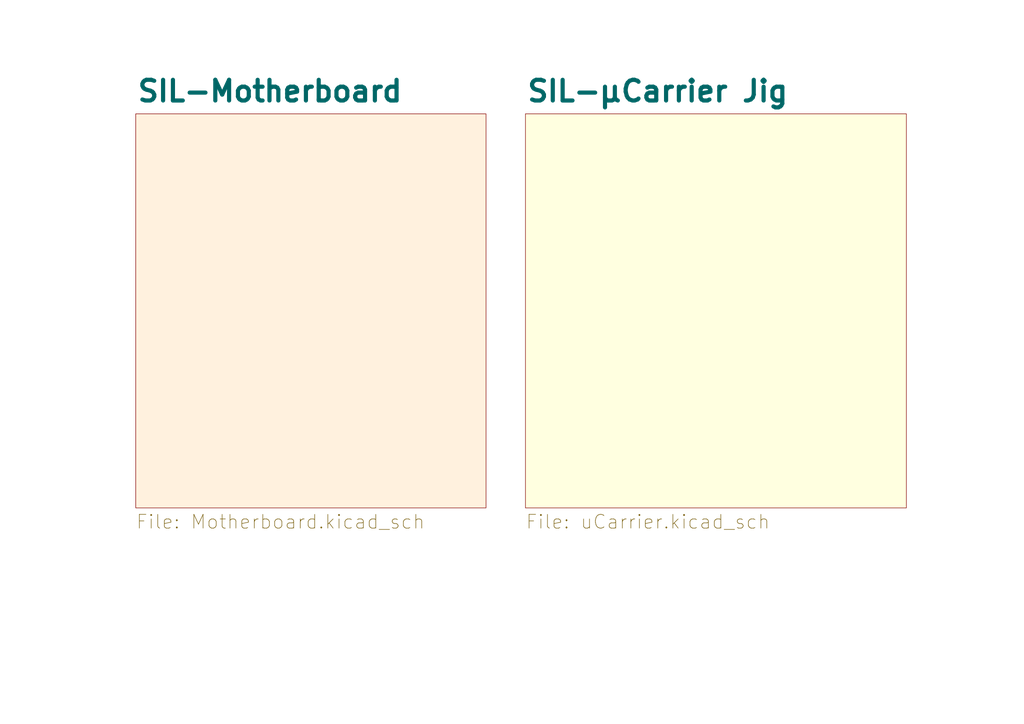
<source format=kicad_sch>
(kicad_sch (version 20211123) (generator eeschema)
  (paper "A4")
  (lib_symbols)
  (sheet (at 39.37 33.02) (size 101.6 114.3) (stroke (width 0.1524)) (fill (color 255 229 191 0.5000))
    (property "Sheet name" "SIL-Motherboard" (at 39.37 29.9434 0) (effects (font (size 6 6) bold) (justify left bottom)))
    (property "Sheet file" "Motherboard.kicad_sch" (at 39.37 148.9966 0) (effects (font (size 4 4)) (justify left top)))
  )
  (sheet (at 152.4 33.02) (size 110.49 114.3) (stroke (width 0.1524)) (fill (color 255 255 194 0.5000))
    (property "Sheet name" "SIL-µCarrier Jig" (at 152.4 29.9434 0) (effects (font (size 6 6) bold) (justify left bottom)))
    (property "Sheet file" "uCarrier.kicad_sch" (at 152.4 148.9966 0) (effects (font (size 4 4)) (justify left top)))
  )
)
</source>
